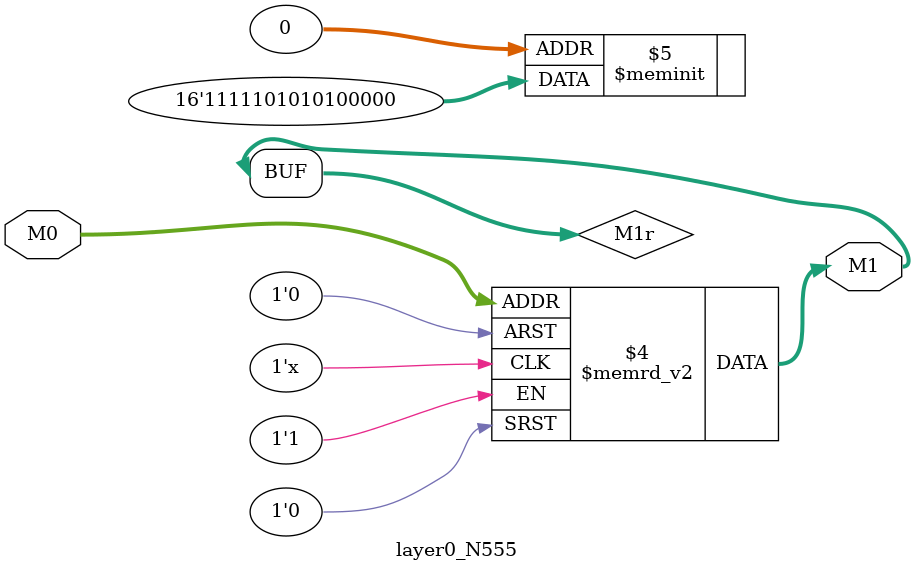
<source format=v>
module layer0_N555 ( input [2:0] M0, output [1:0] M1 );

	(*rom_style = "distributed" *) reg [1:0] M1r;
	assign M1 = M1r;
	always @ (M0) begin
		case (M0)
			3'b000: M1r = 2'b00;
			3'b100: M1r = 2'b10;
			3'b010: M1r = 2'b10;
			3'b110: M1r = 2'b11;
			3'b001: M1r = 2'b00;
			3'b101: M1r = 2'b10;
			3'b011: M1r = 2'b10;
			3'b111: M1r = 2'b11;

		endcase
	end
endmodule

</source>
